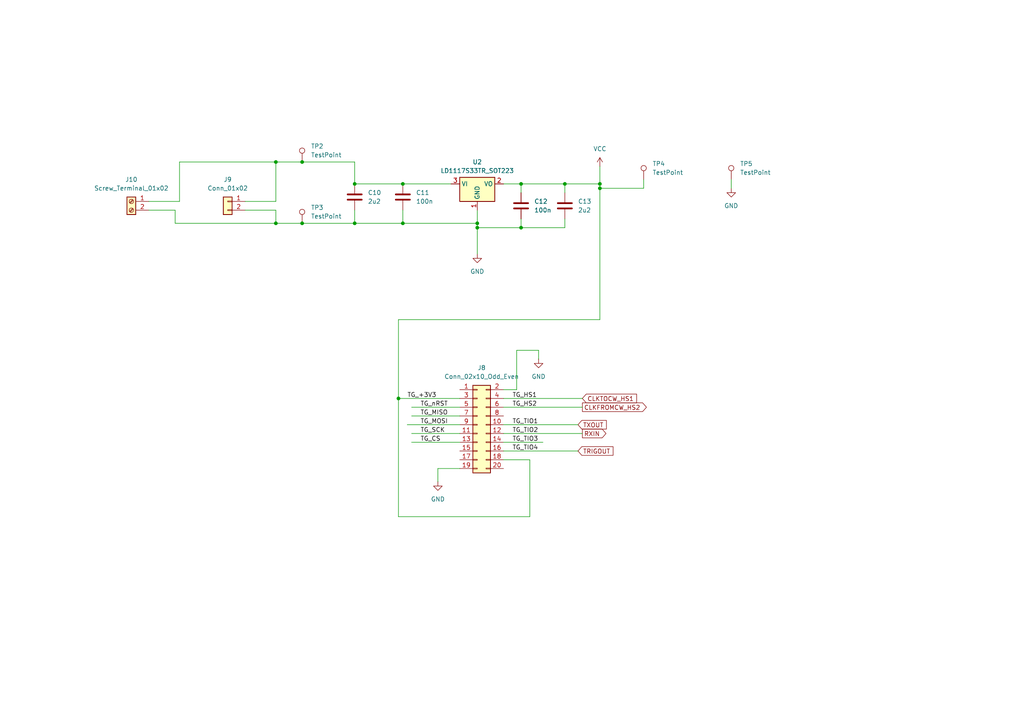
<source format=kicad_sch>
(kicad_sch (version 20231120) (generator "eeschema") (generator_version "8.0")
  (paper "A4")
  (lib_symbols
    (symbol "Connector:Screw_Terminal_01x02" (pin_names (offset 1.016) hide)
      (property "Reference" "J" (at 0 2.54 0))
      (property "Value" "Screw_Terminal_01x02" (at 0 -5.08 0))
      (symbol "Screw_Terminal_01x02_1_1"
        (rectangle (start -1.27 1.27) (end 1.27 -3.81) (stroke (width 0.254)) (fill (type background)))
        (circle (center 0 -2.54) (radius 0.635) (stroke (width 0.1524)))
        (polyline (pts (xy -0.5334 -2.2098) (xy 0.3302 -3.048)) (stroke (width 0.1524)))
        (polyline (pts (xy -0.5334 0.3302) (xy 0.3302 -0.508)) (stroke (width 0.1524)))
        (polyline (pts (xy -0.3556 -2.032) (xy 0.508 -2.8702)) (stroke (width 0.1524)))
        (polyline (pts (xy -0.3556 0.508) (xy 0.508 -0.3302)) (stroke (width 0.1524)))
        (circle (center 0 0) (radius 0.635) (stroke (width 0.1524)))
        (pin passive line (at -5.08 0 0) (length 3.81) (name "Pin_1") (number "1"))
        (pin passive line (at -5.08 -2.54 0) (length 3.81) (name "Pin_2") (number "2"))
      )
    )
    (symbol "Connector:TestPoint" (pin_numbers hide) (pin_names (offset 0.762) hide)
      (property "Reference" "TP" (at 0 6.858 0))
      (property "Value" "TestPoint" (at 0 5.08 0))
      (symbol "TestPoint_0_1"
        (circle (center 0 3.302) (radius 0.762))
      )
      (symbol "TestPoint_1_1"
        (pin passive line (at 0 0 90) (length 2.54) (name "1") (number "1"))
      )
    )
    (symbol "Connector_Generic:Conn_01x02" (pin_names (offset 1.016) hide)
      (property "Reference" "J" (at 0 2.54 0))
      (property "Value" "Conn_01x02" (at 0 -5.08 0))
      (symbol "Conn_01x02_1_1"
        (rectangle (start -1.27 -2.413) (end 0 -2.667) (stroke (width 0.1524)))
        (rectangle (start -1.27 0.127) (end 0 -0.127) (stroke (width 0.1524)))
        (rectangle (start -1.27 1.27) (end 1.27 -3.81) (stroke (width 0.254)) (fill (type background)))
        (pin passive line (at -5.08 0 0) (length 3.81) (name "Pin_1") (number "1"))
        (pin passive line (at -5.08 -2.54 0) (length 3.81) (name "Pin_2") (number "2"))
      )
    )
    (symbol "Connector_Generic:Conn_02x10_Odd_Even" (pin_names (offset 1.016) hide)
      (property "Reference" "J" (at 1.27 12.7 0))
      (property "Value" "Conn_02x10_Odd_Even" (at 1.27 -15.24 0))
      (symbol "Conn_02x10_Odd_Even_1_1"
        (rectangle (start -1.27 -12.573) (end 0 -12.827) (stroke (width 0.1524)))
        (rectangle (start -1.27 -10.033) (end 0 -10.287) (stroke (width 0.1524)))
        (rectangle (start -1.27 -7.493) (end 0 -7.747) (stroke (width 0.1524)))
        (rectangle (start -1.27 -4.953) (end 0 -5.207) (stroke (width 0.1524)))
        (rectangle (start -1.27 -2.413) (end 0 -2.667) (stroke (width 0.1524)))
        (rectangle (start -1.27 0.127) (end 0 -0.127) (stroke (width 0.1524)))
        (rectangle (start -1.27 2.667) (end 0 2.413) (stroke (width 0.1524)))
        (rectangle (start -1.27 5.207) (end 0 4.953) (stroke (width 0.1524)))
        (rectangle (start -1.27 7.747) (end 0 7.493) (stroke (width 0.1524)))
        (rectangle (start -1.27 10.287) (end 0 10.033) (stroke (width 0.1524)))
        (rectangle (start -1.27 11.43) (end 3.81 -13.97) (stroke (width 0.254)) (fill (type background)))
        (rectangle (start 3.81 -12.573) (end 2.54 -12.827) (stroke (width 0.1524)))
        (rectangle (start 3.81 -10.033) (end 2.54 -10.287) (stroke (width 0.1524)))
        (rectangle (start 3.81 -7.493) (end 2.54 -7.747) (stroke (width 0.1524)))
        (rectangle (start 3.81 -4.953) (end 2.54 -5.207) (stroke (width 0.1524)))
        (rectangle (start 3.81 -2.413) (end 2.54 -2.667) (stroke (width 0.1524)))
        (rectangle (start 3.81 0.127) (end 2.54 -0.127) (stroke (width 0.1524)))
        (rectangle (start 3.81 2.667) (end 2.54 2.413) (stroke (width 0.1524)))
        (rectangle (start 3.81 5.207) (end 2.54 4.953) (stroke (width 0.1524)))
        (rectangle (start 3.81 7.747) (end 2.54 7.493) (stroke (width 0.1524)))
        (rectangle (start 3.81 10.287) (end 2.54 10.033) (stroke (width 0.1524)))
        (pin passive line (at -5.08 10.16 0) (length 3.81) (name "Pin_1") (number "1"))
        (pin passive line (at 7.62 0 180) (length 3.81) (name "Pin_10") (number "10"))
        (pin passive line (at -5.08 -2.54 0) (length 3.81) (name "Pin_11") (number "11"))
        (pin passive line (at 7.62 -2.54 180) (length 3.81) (name "Pin_12") (number "12"))
        (pin passive line (at -5.08 -5.08 0) (length 3.81) (name "Pin_13") (number "13"))
        (pin passive line (at 7.62 -5.08 180) (length 3.81) (name "Pin_14") (number "14"))
        (pin passive line (at -5.08 -7.62 0) (length 3.81) (name "Pin_15") (number "15"))
        (pin passive line (at 7.62 -7.62 180) (length 3.81) (name "Pin_16") (number "16"))
        (pin passive line (at -5.08 -10.16 0) (length 3.81) (name "Pin_17") (number "17"))
        (pin passive line (at 7.62 -10.16 180) (length 3.81) (name "Pin_18") (number "18"))
        (pin passive line (at -5.08 -12.7 0) (length 3.81) (name "Pin_19") (number "19"))
        (pin passive line (at 7.62 10.16 180) (length 3.81) (name "Pin_2") (number "2"))
        (pin passive line (at 7.62 -12.7 180) (length 3.81) (name "Pin_20") (number "20"))
        (pin passive line (at -5.08 7.62 0) (length 3.81) (name "Pin_3") (number "3"))
        (pin passive line (at 7.62 7.62 180) (length 3.81) (name "Pin_4") (number "4"))
        (pin passive line (at -5.08 5.08 0) (length 3.81) (name "Pin_5") (number "5"))
        (pin passive line (at 7.62 5.08 180) (length 3.81) (name "Pin_6") (number "6"))
        (pin passive line (at -5.08 2.54 0) (length 3.81) (name "Pin_7") (number "7"))
        (pin passive line (at 7.62 2.54 180) (length 3.81) (name "Pin_8") (number "8"))
        (pin passive line (at -5.08 0 0) (length 3.81) (name "Pin_9") (number "9"))
      )
    )
    (symbol "Device:C" (pin_numbers hide) (pin_names (offset 0.254))
      (property "Reference" "C" (at 0.635 2.54 0))
      (property "Value" "C" (at 0.635 -2.54 0))
      (symbol "C_0_1"
        (polyline (pts (xy -2.032 -0.762) (xy 2.032 -0.762)) (stroke (width 0.508)))
        (polyline (pts (xy -2.032 0.762) (xy 2.032 0.762)) (stroke (width 0.508)))
      )
      (symbol "C_1_1"
        (pin passive line (at 0 3.81 270) (length 2.794) (name "~") (number "1"))
        (pin passive line (at 0 -3.81 90) (length 2.794) (name "~") (number "2"))
      )
    )
    (symbol "Regulator_Linear:LD1117S33TR_SOT223"
      (property "Reference" "U" (at -3.81 3.175 0))
      (property "Value" "LD1117S33TR_SOT223" (at 0 3.175 0))
      (symbol "LD1117S33TR_SOT223_0_1"
        (rectangle (start -5.08 -5.08) (end 5.08 1.905) (stroke (width 0.254)) (fill (type background)))
      )
      (symbol "LD1117S33TR_SOT223_1_1"
        (pin power_in line (at 0 -7.62 90) (length 2.54) (name "GND") (number "1"))
        (pin power_out line (at 7.62 0 180) (length 2.54) (name "VO") (number "2"))
        (pin power_in line (at -7.62 0 0) (length 2.54) (name "VI") (number "3"))
      )
    )
    (symbol "power:GND" (power) (pin_numbers hide) (pin_names (offset 0) hide)
      (property "Value" "GND" (at 0 -3.81 0))
      (symbol "GND_0_1"
        (polyline (pts (xy 0 0) (xy 0 -1.27) (xy 1.27 -1.27) (xy 0 -2.54) (xy -1.27 -1.27) (xy 0 -1.27)))
      )
      (symbol "GND_1_1"
        (pin power_in line (at 0 0 270) (length 0) (name "~") (number "1"))
      )
    )
    (symbol "power:VCC" (power) (pin_names (offset 0))
      (property "Value" "VCC" (at 0 3.81 0))
      (symbol "VCC_0_1"
        (polyline (pts (xy -0.762 1.27) (xy 0 2.54)))
        (polyline (pts (xy 0 0) (xy 0 2.54)))
        (polyline (pts (xy 0 2.54) (xy 0.762 1.27)))
      )
      (symbol "VCC_1_1"
        (pin power_in line (at 0 0 90) (length 0) hide (name "VCC") (number "1"))
      )
    )
  )
  (junction (at 138.43 66.04))
  (junction (at 102.87 64.77))
  (junction (at 116.84 53.34))
  (junction (at 138.43 64.77))
  (junction (at 115.57 115.57))
  (junction (at 151.13 53.34))
  (junction (at 102.87 53.34))
  (junction (at 151.13 66.04))
  (junction (at 173.99 54.61))
  (junction (at 80.01 46.99))
  (junction (at 80.01 64.77))
  (junction (at 87.63 64.77))
  (junction (at 163.83 53.34))
  (junction (at 173.99 53.34))
  (junction (at 116.84 64.77))
  (junction (at 87.63 46.99))
  (wire (pts (xy 138.43 64.77) (xy 138.43 66.04)))
  (wire (pts (xy 151.13 53.34) (xy 163.83 53.34)))
  (wire (pts (xy 146.05 123.19) (xy 167.64 123.19)))
  (wire (pts (xy 119.38 118.11) (xy 133.35 118.11)))
  (wire (pts (xy 173.99 48.26) (xy 173.99 53.34)))
  (wire (pts (xy 43.18 58.42) (xy 52.07 58.42)))
  (wire (pts (xy 163.83 53.34) (xy 173.99 53.34)))
  (wire (pts (xy 115.57 115.57) (xy 115.57 92.71)))
  (wire (pts (xy 50.8 64.77) (xy 80.01 64.77)))
  (wire (pts (xy 116.84 60.96) (xy 116.84 64.77)))
  (wire (pts (xy 127 135.89) (xy 127 139.7)))
  (wire (pts (xy 153.67 133.35) (xy 153.67 149.86)))
  (wire (pts (xy 102.87 53.34) (xy 116.84 53.34)))
  (wire (pts (xy 43.18 60.96) (xy 50.8 60.96)))
  (wire (pts (xy 151.13 53.34) (xy 151.13 55.88)))
  (wire (pts (xy 146.05 130.81) (xy 167.64 130.81)))
  (wire (pts (xy 212.09 52.07) (xy 212.09 54.61)))
  (wire (pts (xy 133.35 135.89) (xy 127 135.89)))
  (wire (pts (xy 116.84 64.77) (xy 138.43 64.77)))
  (wire (pts (xy 138.43 60.96) (xy 138.43 64.77)))
  (wire (pts (xy 50.8 60.96) (xy 50.8 64.77)))
  (wire (pts (xy 146.05 53.34) (xy 151.13 53.34)))
  (wire (pts (xy 87.63 46.99) (xy 102.87 46.99)))
  (wire (pts (xy 119.38 125.73) (xy 133.35 125.73)))
  (wire (pts (xy 138.43 66.04) (xy 138.43 73.66)))
  (wire (pts (xy 146.05 125.73) (xy 168.91 125.73)))
  (wire (pts (xy 151.13 66.04) (xy 163.83 66.04)))
  (wire (pts (xy 116.84 53.34) (xy 130.81 53.34)))
  (wire (pts (xy 119.38 120.65) (xy 133.35 120.65)))
  (wire (pts (xy 80.01 58.42) (xy 80.01 46.99)))
  (wire (pts (xy 102.87 46.99) (xy 102.87 53.34)))
  (wire (pts (xy 151.13 63.5) (xy 151.13 66.04)))
  (wire (pts (xy 80.01 46.99) (xy 87.63 46.99)))
  (wire (pts (xy 87.63 64.77) (xy 102.87 64.77)))
  (wire (pts (xy 146.05 113.03) (xy 149.86 113.03)))
  (wire (pts (xy 80.01 60.96) (xy 80.01 64.77)))
  (wire (pts (xy 149.86 101.6) (xy 156.21 101.6)))
  (wire (pts (xy 71.12 60.96) (xy 80.01 60.96)))
  (wire (pts (xy 102.87 64.77) (xy 116.84 64.77)))
  (wire (pts (xy 146.05 133.35) (xy 153.67 133.35)))
  (wire (pts (xy 153.67 149.86) (xy 115.57 149.86)))
  (wire (pts (xy 138.43 66.04) (xy 151.13 66.04)))
  (wire (pts (xy 52.07 46.99) (xy 80.01 46.99)))
  (wire (pts (xy 146.05 115.57) (xy 168.91 115.57)))
  (wire (pts (xy 173.99 92.71) (xy 173.99 54.61)))
  (wire (pts (xy 71.12 58.42) (xy 80.01 58.42)))
  (wire (pts (xy 186.69 54.61) (xy 186.69 52.07)))
  (wire (pts (xy 146.05 118.11) (xy 168.91 118.11)))
  (wire (pts (xy 173.99 54.61) (xy 186.69 54.61)))
  (wire (pts (xy 149.86 101.6) (xy 149.86 113.03)))
  (wire (pts (xy 115.57 115.57) (xy 133.35 115.57)))
  (wire (pts (xy 119.38 128.27) (xy 133.35 128.27)))
  (wire (pts (xy 102.87 60.96) (xy 102.87 64.77)))
  (wire (pts (xy 52.07 58.42) (xy 52.07 46.99)))
  (wire (pts (xy 163.83 53.34) (xy 163.83 55.88)))
  (wire (pts (xy 163.83 63.5) (xy 163.83 66.04)))
  (wire (pts (xy 80.01 64.77) (xy 87.63 64.77)))
  (wire (pts (xy 156.21 101.6) (xy 156.21 104.14)))
  (wire (pts (xy 115.57 115.57) (xy 115.57 149.86)))
  (wire (pts (xy 115.57 92.71) (xy 173.99 92.71)))
  (wire (pts (xy 146.05 128.27) (xy 157.48 128.27)))
  (wire (pts (xy 118.11 123.19) (xy 133.35 123.19)))
  (wire (pts (xy 173.99 54.61) (xy 173.99 53.34)))
  (label "TG_TIO3" (at 148.59 128.27 0))
  (label "TG_TIO4" (at 148.59 130.81 0))
  (label "TG_HS2" (at 148.59 118.11 0))
  (label "TG_SCK" (at 121.92 125.73 0))
  (label "TG_CS" (at 121.92 128.27 0))
  (label "TG_MISO" (at 121.92 120.65 0))
  (label "TG_nRST" (at 121.92 118.11 0))
  (label "TG_TIO2" (at 148.59 125.73 0))
  (label "TG_TIO1" (at 148.59 123.19 0))
  (label "TG_HS1" (at 148.59 115.57 0))
  (label "TG_MOSI" (at 121.92 123.19 0))
  (label "TG_+3V3" (at 118.11 115.57 0))
  (global_label "CLKFROMCW_HS2" (shape output) (at 168.91 118.11 0) (property "Intersheetrefs" "${INTERSHEET_REFS}" (effects (hide yes))))
  (global_label "TXOUT" (shape input) (at 167.64 123.19 0) (property "Intersheetrefs" "${INTERSHEET_REFS}" (effects (hide yes))))
  (global_label "RXIN" (shape output) (at 168.91 125.73 0) (property "Intersheetrefs" "${INTERSHEET_REFS}" (effects (hide yes))))
  (global_label "TRIGOUT" (shape input) (at 167.64 130.81 0) (property "Intersheetrefs" "${INTERSHEET_REFS}" (effects (hide yes))))
  (global_label "CLKTOCW_HS1" (shape input) (at 168.91 115.57 0) (property "Intersheetrefs" "${INTERSHEET_REFS}" (effects (hide yes))))
  (symbol (lib_id "Connector:TestPoint") (at 186.69 52.07 0) (unit 1)
    (property "Reference" "TP4" (at 189.23 47.4979 0) (effects (justify left)))
    (property "Value" "TestPoint" (at 189.23 50.0379 0) (effects (justify left)))
    (property "Footprint" "TestPoint:TestPoint_Keystone_5005-5009_Compact" (effects (hide yes)))
    (property "Description" "test point" (effects (hide yes)))
  )
  (symbol (lib_id "Regulator_Linear:LD1117S33TR_SOT223") (at 138.43 53.34 0) (unit 1)
    (property "Reference" "U2" (at 138.43 46.99 0))
    (property "Value" "LD1117S33TR_SOT223" (at 138.43 49.53 0))
    (property "Footprint" "Package_TO_SOT_SMD:SOT-223-3_TabPin2" (effects (hide yes)))
    (property "Datasheet" "http://www.st.com/st-web-ui/static/active/en/resource/technical/document/datasheet/CD00000544.pdf" (effects (hide yes)))
  )
  (symbol (lib_id "Connector:TestPoint") (at 87.63 46.99 0) (unit 1)
    (property "Reference" "TP2" (at 90.17 42.4179 0) (effects (justify left)))
    (property "Value" "TestPoint" (at 90.17 44.9579 0) (effects (justify left)))
    (property "Footprint" "TestPoint:TestPoint_Keystone_5005-5009_Compact" (effects (hide yes)))
    (property "Description" "test point" (effects (hide yes)))
  )
  (symbol (lib_id "Connector_Generic:Conn_02x10_Odd_Even") (at 138.43 123.19 0) (unit 1)
    (property "Reference" "J8" (at 139.7 106.68 0))
    (property "Value" "Conn_02x10_Odd_Even" (at 139.7 109.22 0))
    (property "Footprint" "Connector_IDC:IDC-Header_2x10_P2.54mm_Vertical" (effects (hide yes)))
  )
  (symbol (lib_id "power:GND") (at 138.43 73.66 0) (unit 1)
    (property "Reference" "#PWR027" (effects (hide yes)))
    (property "Value" "GND" (at 138.43 78.74 0))
    (property "Description" "Power symbol creates a global label with name \"GND\" , ground" (effects (hide yes)))
  )
  (symbol (lib_id "power:GND") (at 127 139.7 0) (unit 1)
    (property "Reference" "#PWR026" (effects (hide yes)))
    (property "Value" "GND" (at 127 144.78 0))
    (property "Description" "Power symbol creates a global label with name \"GND\" , ground" (effects (hide yes)))
  )
  (symbol (lib_id "Connector_Generic:Conn_01x02") (at 66.04 58.42 0) (mirror y) (unit 1)
    (property "Reference" "J9" (at 66.04 52.07 0))
    (property "Value" "Conn_01x02" (at 66.04 54.61 0))
    (property "Footprint" "Connector_PinHeader_2.54mm:PinHeader_1x02_P2.54mm_Vertical" (effects (hide yes)))
    (property "Description" "Generic connector, single row, 01x02, script generated (kicad-library-utils/schlib/autogen/connector/)" (effects (hide yes)))
  )
  (symbol (lib_id "Connector:TestPoint") (at 212.09 52.07 0) (unit 1)
    (property "Reference" "TP5" (at 214.63 47.4979 0) (effects (justify left)))
    (property "Value" "TestPoint" (at 214.63 50.0379 0) (effects (justify left)))
    (property "Footprint" "TestPoint:TestPoint_Keystone_5005-5009_Compact" (effects (hide yes)))
    (property "Description" "test point" (effects (hide yes)))
  )
  (symbol (lib_id "Device:C") (at 163.83 59.69 0) (unit 1)
    (property "Reference" "C13" (at 167.64 58.42 0) (effects (justify left)))
    (property "Value" "2u2" (at 167.64 60.96 0) (effects (justify left)))
    (property "Footprint" "Resistor_SMD:R_0603_1608Metric" (effects (hide yes)))
  )
  (symbol (lib_id "Connector:Screw_Terminal_01x02") (at 38.1 58.42 0) (mirror y) (unit 1)
    (property "Reference" "J10" (at 38.1 52.07 0))
    (property "Value" "Screw_Terminal_01x02" (at 38.1 54.61 0))
    (property "Footprint" "TerminalBlock_4Ucon:TerminalBlock_4Ucon_1x02_P3.50mm_Horizontal" (effects (hide yes)))
    (property "Description" "Generic screw terminal, single row, 01x02, script generated (kicad-library-utils/schlib/autogen/connector/)" (effects (hide yes)))
  )
  (symbol (lib_id "Device:C") (at 116.84 57.15 0) (unit 1)
    (property "Reference" "C11" (at 120.65 55.88 0) (effects (justify left)))
    (property "Value" "100n" (at 120.65 58.42 0) (effects (justify left)))
    (property "Footprint" "Resistor_SMD:R_0603_1608Metric" (effects (hide yes)))
  )
  (symbol (lib_id "power:VCC") (at 173.99 48.26 0) (unit 1)
    (property "Reference" "#PWR032" (effects (hide yes)))
    (property "Value" "VCC" (at 173.99 43.18 0))
  )
  (symbol (lib_id "Device:C") (at 151.13 59.69 0) (unit 1)
    (property "Reference" "C12" (at 154.94 58.42 0) (effects (justify left)))
    (property "Value" "100n" (at 154.94 60.96 0) (effects (justify left)))
    (property "Footprint" "Resistor_SMD:R_0603_1608Metric" (effects (hide yes)))
  )
  (symbol (lib_id "power:GND") (at 212.09 54.61 0) (unit 1)
    (property "Reference" "#PWR030" (effects (hide yes)))
    (property "Value" "GND" (at 212.09 59.69 0))
    (property "Description" "Power symbol creates a global label with name \"GND\" , ground" (effects (hide yes)))
  )
  (symbol (lib_id "Connector:TestPoint") (at 87.63 64.77 0) (unit 1)
    (property "Reference" "TP3" (at 90.17 60.1979 0) (effects (justify left)))
    (property "Value" "TestPoint" (at 90.17 62.7379 0) (effects (justify left)))
    (property "Footprint" "TestPoint:TestPoint_Keystone_5005-5009_Compact" (effects (hide yes)))
    (property "Description" "test point" (effects (hide yes)))
  )
  (symbol (lib_id "power:GND") (at 156.21 104.14 0) (unit 1)
    (property "Reference" "#PWR025" (effects (hide yes)))
    (property "Value" "GND" (at 156.21 109.22 0))
    (property "Description" "Power symbol creates a global label with name \"GND\" , ground" (effects (hide yes)))
  )
  (symbol (lib_id "Device:C") (at 102.87 57.15 0) (unit 1)
    (property "Reference" "C10" (at 106.68 55.88 0) (effects (justify left)))
    (property "Value" "2u2" (at 106.68 58.42 0) (effects (justify left)))
    (property "Footprint" "Resistor_SMD:R_0603_1608Metric" (effects (hide yes)))
  )
)
</source>
